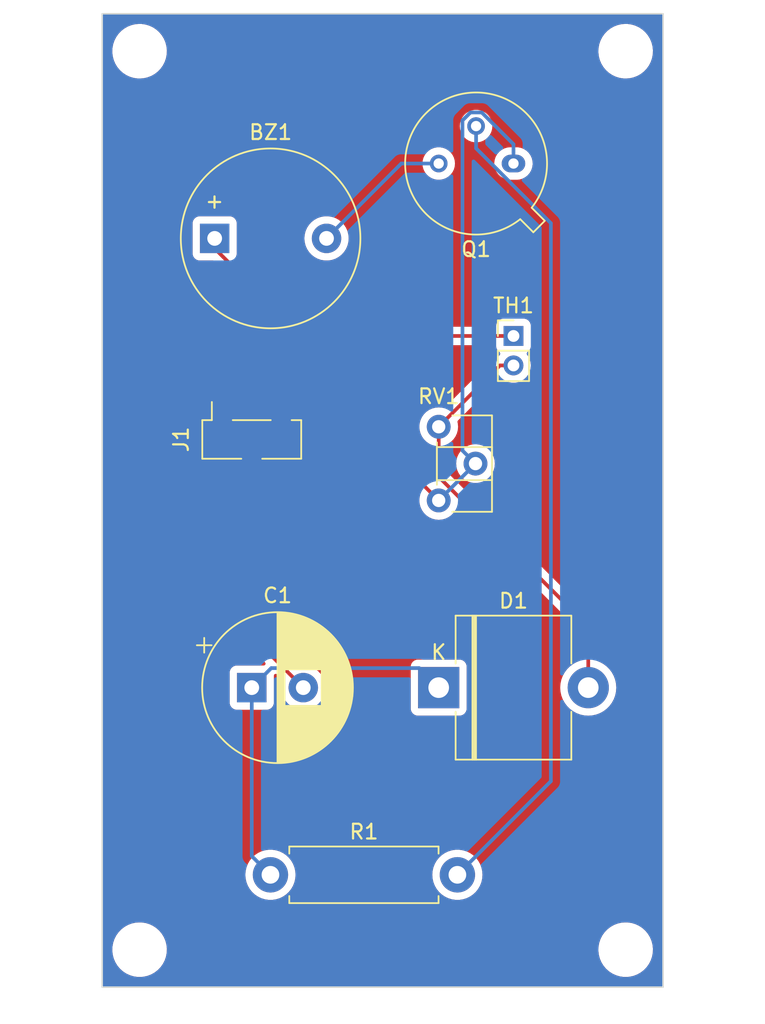
<source format=kicad_pcb>
(kicad_pcb (version 20221018) (generator pcbnew)
  (title_block (title "Fire Sensor") (date "2024-02-26") (rev "v01") (comment 1 "By Karthik Thejendra"))
  (layers (0 "F.Cu" signal) (31 "B.Cu" signal) (34 "B.Paste" user) (35 "F.Paste" user) (36 "B.SilkS" user "B.Silkscreen") (37 "F.SilkS" user "F.Silkscreen") (38 "B.Mask" user) (39 "F.Mask" user) (44 "Edge.Cuts" user))
  (net 0 "")
  (net 1 "Net-(BZ1--)")
  (net 2 "Net-(BZ1-+)")
  (net 3 "Net-(D1-K)")
  (net 4 "Net-(J1-Pin_2)")
  (net 5 "Net-(D1-A)")
  (net 6 "Net-(Q1-B)")
  (net 7 "GND")
  (footprint "Package_TO_SOT_THT:TO-39-3" (layer "F.Cu") (at 127 96.52 180)
    (fp_text reference "Q1" (at 2.54 -5.82) (layer "F.SilkS"))
    (fp_text value "2N2219")
    (fp_line (start -2.125856 -3.888039) (end -1.234902 -2.997084) (stroke (width 0.12)) (layer "F.SilkS"))
    (fp_line (start -1.348039 -4.665856) (end -2.125856 -3.888039) (stroke (width 0.12)) (layer "F.SilkS"))
    (fp_line (start -0.457084 -3.774902) (end -1.348039 -4.665856) (stroke (width 0.12)) (layer "F.SilkS"))
    (fp_arc (start -0.457084 -3.774902) (mid 5.948125 3.408384) (end -1.234674 -2.997371) (stroke (width 0.12)) (layer "F.SilkS"))
    (pad "1" thru_hole oval (at 0 0 180) (size 1.6 1.2) (drill 0.7) (layers "*.Cu" "*.Mask") (net 4 "Net-(J1-Pin_2)"))
    (pad "2" thru_hole oval (at 2.54 2.54 180) (size 1.2 1.2) (drill 0.7) (layers "*.Cu" "*.Mask") (net 6 "Net-(Q1-B)"))
    (pad "3" thru_hole oval (at 5.08 0 180) (size 1.2 1.2) (drill 0.7) (layers "*.Cu" "*.Mask") (net 2 "Net-(BZ1-+)"))
  )
  (footprint "Connector_PinSocket_2.00mm:PinSocket_1x03_P2.00mm_Vertical_SMD_Pin1Right" (layer "F.Cu") (at 109.22 115.24 90)
    (fp_text reference "J1" (at 0 -4.8 90) (layer "F.SilkS"))
    (fp_text value "Conn_01x03_Pin")
    (fp_line (start -1.31 -3.36) (end -1.31 -0.71) (stroke (width 0.12)) (layer "F.SilkS"))
    (fp_line (start -1.31 -3.36) (end 1.31 -3.36) (stroke (width 0.12)) (layer "F.SilkS"))
    (fp_line (start -1.31 0.71) (end -1.31 3.36) (stroke (width 0.12)) (layer "F.SilkS"))
    (fp_line (start -1.31 3.36) (end 1.31 3.36) (stroke (width 0.12)) (layer "F.SilkS"))
    (fp_line (start 1.31 -3.36) (end 1.31 -2.71) (stroke (width 0.12)) (layer "F.SilkS"))
    (fp_line (start 1.31 -2.71) (end 2.54 -2.71) (stroke (width 0.12)) (layer "F.SilkS"))
    (fp_line (start 1.31 -1.29) (end 1.31 1.29) (stroke (width 0.12)) (layer "F.SilkS"))
    (fp_line (start 1.31 2.71) (end 1.31 3.36) (stroke (width 0.12)) (layer "F.SilkS"))
    (pad "1" smd rect (at 1.6 -2 90) (size 2 0.9) (layers "F.Cu" "F.Paste" "F.Mask") (net 1 "Net-(BZ1--)"))
    (pad "2" smd rect (at -1.6 0 90) (size 2 0.9) (layers "F.Cu" "F.Paste" "F.Mask") (net 4 "Net-(J1-Pin_2)"))
    (pad "3" smd rect (at 1.6 2 90) (size 2 0.9) (layers "F.Cu" "F.Paste" "F.Mask") (net 7 "GND"))
  )
  (footprint "MountingHole:MountingHole_3.2mm_M3" (layer "F.Cu") (at 134.62 88.9)
    (fp_text reference "REF**" hide)
    (fp_text value "MountingHole_3.2mm_M3" hide)
    (pad "" np_thru_hole circle (at 0 0) (size 3.2 3.2) (drill 3.2) (layers "*.Cu" "*.Mask"))
  )
  (footprint "Connector_PinHeader_2.00mm:PinHeader_1x02_P2.00mm_Vertical" (layer "F.Cu") (at 127 108.22)
    (fp_text reference "TH1" (at 0 -2.06) (layer "F.SilkS"))
    (fp_text value "5K")
    (fp_line (start -1.06 -1.06) (end 0 -1.06) (stroke (width 0.12)) (layer "F.SilkS"))
    (fp_line (start -1.06 0) (end -1.06 -1.06) (stroke (width 0.12)) (layer "F.SilkS"))
    (fp_line (start -1.06 1) (end -1.06 3.06) (stroke (width 0.12)) (layer "F.SilkS"))
    (fp_line (start -1.06 1) (end 1.06 1) (stroke (width 0.12)) (layer "F.SilkS"))
    (fp_line (start -1.06 3.06) (end 1.06 3.06) (stroke (width 0.12)) (layer "F.SilkS"))
    (fp_line (start 1.06 1) (end 1.06 3.06) (stroke (width 0.12)) (layer "F.SilkS"))
    (pad "1" thru_hole rect (at 0 0) (size 1.35 1.35) (drill 0.8) (layers "*.Cu" "*.Mask") (net 1 "Net-(BZ1--)"))
    (pad "2" thru_hole oval (at 0 2) (size 1.35 1.35) (drill 0.8) (layers "*.Cu" "*.Mask") (net 5 "Net-(D1-A)"))
  )
  (footprint "Buzzer_Beeper:Buzzer_12x9.5RM7.6" (layer "F.Cu") (at 106.7 101.6)
    (fp_text reference "BZ1" (at 3.8 -7.2) (layer "F.SilkS"))
    (fp_text value "Buzzer")
    (fp_text user "+" (at -0.01 -2.54) (layer "F.SilkS"))
    (fp_circle (center 3.8 0) (end 9.9 0) (stroke (width 0.12)) (fill none) (layer "F.SilkS"))
    (pad "1" thru_hole rect (at 0 0) (size 2 2) (drill 1) (layers "*.Cu" "*.Mask") (net 1 "Net-(BZ1--)"))
    (pad "2" thru_hole circle (at 7.6 0) (size 2 2) (drill 1) (layers "*.Cu" "*.Mask") (net 2 "Net-(BZ1-+)"))
  )
  (footprint "MountingHole:MountingHole_3.2mm_M3" (layer "F.Cu") (at 101.6 88.9)
    (fp_text reference "REF**" hide)
    (fp_text value "MountingHole_3.2mm_M3" hide)
    (pad "" np_thru_hole circle (at 0 0) (size 3.2 3.2) (drill 3.2) (layers "*.Cu" "*.Mask"))
  )
  (footprint "MountingHole:MountingHole_3.2mm_M3" (layer "F.Cu") (at 134.62 149.86)
    (fp_text reference "REF**" hide)
    (fp_text value "MountingHole_3.2mm_M3")
    (pad "" np_thru_hole circle (at 0 0) (size 3.2 3.2) (drill 3.2) (layers "*.Cu" "*.Mask"))
  )
  (footprint "Resistor_THT:R_Axial_DIN0411_L9.9mm_D3.6mm_P12.70mm_Horizontal" (layer "F.Cu") (at 110.49 144.78)
    (fp_text reference "R1" (at 6.35 -2.92) (layer "F.SilkS"))
    (fp_text value "33K")
    (fp_line (start 1.28 -1.92) (end 11.42 -1.92) (stroke (width 0.12)) (layer "F.SilkS"))
    (fp_line (start 1.28 -1.44) (end 1.28 -1.92) (stroke (width 0.12)) (layer "F.SilkS"))
    (fp_line (start 1.28 1.44) (end 1.28 1.92) (stroke (width 0.12)) (layer "F.SilkS"))
    (fp_line (start 1.28 1.92) (end 11.42 1.92) (stroke (width 0.12)) (layer "F.SilkS"))
    (fp_line (start 11.42 -1.92) (end 11.42 -1.44) (stroke (width 0.12)) (layer "F.SilkS"))
    (fp_line (start 11.42 1.92) (end 11.42 1.44) (stroke (width 0.12)) (layer "F.SilkS"))
    (pad "1" thru_hole circle (at 0 0) (size 2.4 2.4) (drill 1.2) (layers "*.Cu" "*.Mask") (net 3 "Net-(D1-K)"))
    (pad "2" thru_hole oval (at 12.7 0) (size 2.4 2.4) (drill 1.2) (layers "*.Cu" "*.Mask") (net 6 "Net-(Q1-B)"))
  )
  (footprint "MountingHole:MountingHole_3.2mm_M3" (layer "F.Cu") (at 101.6 149.86)
    (fp_text reference "REF**" hide)
    (fp_text value "MountingHole_3.2mm_M3")
    (pad "" np_thru_hole circle (at 0 0) (size 3.2 3.2) (drill 3.2) (layers "*.Cu" "*.Mask"))
  )
  (footprint "Potentiometer_THT:Potentiometer_ACP_CA6-H2,5_Horizontal" (layer "F.Cu") (at 121.92 114.38)
    (fp_text reference "RV1" (at 0 -2.06) (layer "F.SilkS"))
    (fp_text value "5K")
    (fp_line (start -0.121 1.066) (end -0.121 3.935) (stroke (width 0.12)) (layer "F.SilkS"))
    (fp_line (start -0.121 1.38) (end -0.121 3.62) (stroke (width 0.12)) (layer "F.SilkS"))
    (fp_line (start -0.121 1.38) (end 3.62 1.38) (stroke (width 0.12)) (layer "F.SilkS"))
    (fp_line (start -0.121 3.62) (end 3.62 3.62) (stroke (width 0.12)) (layer "F.SilkS"))
    (fp_line (start 0.925 -0.77) (end 3.62 -0.77) (stroke (width 0.12)) (layer "F.SilkS"))
    (fp_line (start 0.925 5.77) (end 3.62 5.77) (stroke (width 0.12)) (layer "F.SilkS"))
    (fp_line (start 3.62 -0.77) (end 3.62 5.77) (stroke (width 0.12)) (layer "F.SilkS"))
    (fp_line (start 3.62 1.38) (end 3.62 3.62) (stroke (width 0.12)) (layer "F.SilkS"))
    (pad "1" thru_hole circle (at 0 0) (size 1.62 1.62) (drill 0.9) (layers "*.Cu" "*.Mask") (net 5 "Net-(D1-A)"))
    (pad "2" thru_hole circle (at 2.5 2.5) (size 1.62 1.62) (drill 0.9) (layers "*.Cu" "*.Mask") (net 4 "Net-(J1-Pin_2)"))
    (pad "3" thru_hole circle (at 0 5) (size 1.62 1.62) (drill 0.9) (layers "*.Cu" "*.Mask") (net 4 "Net-(J1-Pin_2)"))
  )
  (footprint "Diode_THT:D_5KP_P10.16mm_Horizontal" (layer "F.Cu") (at 121.92 132.08)
    (fp_text reference "D1" (at 5.08 -5.885) (layer "F.SilkS"))
    (fp_text value "1N4007")
    (fp_text user "K" (at 0 -2.4) (layer "F.SilkS"))
    (fp_line (start 1.15 -4.885) (end 9.01 -4.885) (stroke (width 0.12)) (layer "F.SilkS"))
    (fp_line (start 1.15 -1.64) (end 1.15 -4.885) (stroke (width 0.12)) (layer "F.SilkS"))
    (fp_line (start 1.15 1.64) (end 1.15 4.885) (stroke (width 0.12)) (layer "F.SilkS"))
    (fp_line (start 1.15 4.885) (end 9.01 4.885) (stroke (width 0.12)) (layer "F.SilkS"))
    (fp_line (start 2.293 -4.885) (end 2.293 4.885) (stroke (width 0.12)) (layer "F.SilkS"))
    (fp_line (start 2.413 -4.885) (end 2.413 4.885) (stroke (width 0.12)) (layer "F.SilkS"))
    (fp_line (start 2.533 -4.885) (end 2.533 4.885) (stroke (width 0.12)) (layer "F.SilkS"))
    (fp_line (start 9.01 -4.885) (end 9.01 -1.64) (stroke (width 0.12)) (layer "F.SilkS"))
    (fp_line (start 9.01 4.885) (end 9.01 1.64) (stroke (width 0.12)) (layer "F.SilkS"))
    (pad "1" thru_hole rect (at 0 0) (size 2.8 2.8) (drill 1.4) (layers "*.Cu" "*.Mask") (net 3 "Net-(D1-K)"))
    (pad "2" thru_hole oval (at 10.16 0) (size 2.8 2.8) (drill 1.4) (layers "*.Cu" "*.Mask") (net 5 "Net-(D1-A)"))
  )
  (footprint "Capacitor_THT:CP_Radial_D10.0mm_P3.50mm" (layer "F.Cu") (at 109.22 132.08)
    (fp_text reference "C1" (at 1.75 -6.25) (layer "F.SilkS"))
    (fp_text value "10uF")
    (fp_line (start -3.729646 -2.875) (end -2.729646 -2.875) (stroke (width 0.12)) (layer "F.SilkS"))
    (fp_line (start -3.229646 -3.375) (end -3.229646 -2.375) (stroke (width 0.12)) (layer "F.SilkS"))
    (fp_line (start 1.75 -5.08) (end 1.75 5.08) (stroke (width 0.12)) (layer "F.SilkS"))
    (fp_line (start 1.79 -5.08) (end 1.79 5.08) (stroke (width 0.12)) (layer "F.SilkS"))
    (fp_line (start 1.83 -5.08) (end 1.83 5.08) (stroke (width 0.12)) (layer "F.SilkS"))
    (fp_line (start 1.87 -5.079) (end 1.87 5.079) (stroke (width 0.12)) (layer "F.SilkS"))
    (fp_line (start 1.91 -5.078) (end 1.91 5.078) (stroke (width 0.12)) (layer "F.SilkS"))
    (fp_line (start 1.95 -5.077) (end 1.95 5.077) (stroke (width 0.12)) (layer "F.SilkS"))
    (fp_line (start 1.99 -5.075) (end 1.99 5.075) (stroke (width 0.12)) (layer "F.SilkS"))
    (fp_line (start 2.03 -5.073) (end 2.03 5.073) (stroke (width 0.12)) (layer "F.SilkS"))
    (fp_line (start 2.07 -5.07) (end 2.07 5.07) (stroke (width 0.12)) (layer "F.SilkS"))
    (fp_line (start 2.11 -5.068) (end 2.11 5.068) (stroke (width 0.12)) (layer "F.SilkS"))
    (fp_line (start 2.15 -5.065) (end 2.15 5.065) (stroke (width 0.12)) (layer "F.SilkS"))
    (fp_line (start 2.19 -5.062) (end 2.19 5.062) (stroke (width 0.12)) (layer "F.SilkS"))
    (fp_line (start 2.23 -5.058) (end 2.23 5.058) (stroke (width 0.12)) (layer "F.SilkS"))
    (fp_line (start 2.27 -5.054) (end 2.27 -1.241) (stroke (width 0.12)) (layer "F.SilkS"))
    (fp_line (start 2.27 1.241) (end 2.27 5.054) (stroke (width 0.12)) (layer "F.SilkS"))
    (fp_line (start 2.31 -5.05) (end 2.31 -1.241) (stroke (width 0.12)) (layer "F.SilkS"))
    (fp_line (start 2.31 1.241) (end 2.31 5.05) (stroke (width 0.12)) (layer "F.SilkS"))
    (fp_line (start 2.35 -5.045) (end 2.35 -1.241) (stroke (width 0.12)) (layer "F.SilkS"))
    (fp_line (start 2.35 1.241) (end 2.35 5.045) (stroke (width 0.12)) (layer "F.SilkS"))
    (fp_line (start 2.39 -5.04) (end 2.39 -1.241) (stroke (width 0.12)) (layer "F.SilkS"))
    (fp_line (start 2.39 1.241) (end 2.39 5.04) (stroke (width 0.12)) (layer "F.SilkS"))
    (fp_line (start 2.43 -5.035) (end 2.43 -1.241) (stroke (width 0.12)) (layer "F.SilkS"))
    (fp_line (start 2.43 1.241) (end 2.43 5.035) (stroke (width 0.12)) (layer "F.SilkS"))
    (fp_line (start 2.471 -5.03) (end 2.471 -1.241) (stroke (width 0.12)) (layer "F.SilkS"))
    (fp_line (start 2.471 1.241) (end 2.471 5.03) (stroke (width 0.12)) (layer "F.SilkS"))
    (fp_line (start 2.511 -5.024) (end 2.511 -1.241) (stroke (width 0.12)) (layer "F.SilkS"))
    (fp_line (start 2.511 1.241) (end 2.511 5.024) (stroke (width 0.12)) (layer "F.SilkS"))
    (fp_line (start 2.551 -5.018) (end 2.551 -1.241) (stroke (width 0.12)) (layer "F.SilkS"))
    (fp_line (start 2.551 1.241) (end 2.551 5.018) (stroke (width 0.12)) (layer "F.SilkS"))
    (fp_line (start 2.591 -5.011) (end 2.591 -1.241) (stroke (width 0.12)) (layer "F.SilkS"))
    (fp_line (start 2.591 1.241) (end 2.591 5.011) (stroke (width 0.12)) (layer "F.SilkS"))
    (fp_line (start 2.631 -5.004) (end 2.631 -1.241) (stroke (width 0.12)) (layer "F.SilkS"))
    (fp_line (start 2.631 1.241) (end 2.631 5.004) (stroke (width 0.12)) (layer "F.SilkS"))
    (fp_line (start 2.671 -4.997) (end 2.671 -1.241) (stroke (width 0.12)) (layer "F.SilkS"))
    (fp_line (start 2.671 1.241) (end 2.671 4.997) (stroke (width 0.12)) (layer "F.SilkS"))
    (fp_line (start 2.711 -4.99) (end 2.711 -1.241) (stroke (width 0.12)) (layer "F.SilkS"))
    (fp_line (start 2.711 1.241) (end 2.711 4.99) (stroke (width 0.12)) (layer "F.SilkS"))
    (fp_line (start 2.751 -4.982) (end 2.751 -1.241) (stroke (width 0.12)) (layer "F.SilkS"))
    (fp_line (start 2.751 1.241) (end 2.751 4.982) (stroke (width 0.12)) (layer "F.SilkS"))
    (fp_line (start 2.791 -4.974) (end 2.791 -1.241) (stroke (width 0.12)) (layer "F.SilkS"))
    (fp_line (start 2.791 1.241) (end 2.791 4.974) (stroke (width 0.12)) (layer "F.SilkS"))
    (fp_line (start 2.831 -4.965) (end 2.831 -1.241) (stroke (width 0.12)) (layer "F.SilkS"))
    (fp_line (start 2.831 1.241) (end 2.831 4.965) (stroke (width 0.12)) (layer "F.SilkS"))
    (fp_line (start 2.871 -4.956) (end 2.871 -1.241) (stroke (width 0.12)) (layer "F.SilkS"))
    (fp_line (start 2.871 1.241) (end 2.871 4.956) (stroke (width 0.12)) (layer "F.SilkS"))
    (fp_line (start 2.911 -4.947) (end 2.911 -1.241) (stroke (width 0.12)) (layer "F.SilkS"))
    (fp_line (start 2.911 1.241) (end 2.911 4.947) (stroke (width 0.12)) (layer "F.SilkS"))
    (fp_line (start 2.951 -4.938) (end 2.951 -1.241) (stroke (width 0.12)) (layer "F.SilkS"))
    (fp_line (start 2.951 1.241) (end 2.951 4.938) (stroke (width 0.12)) (layer "F.SilkS"))
    (fp_line (start 2.991 -4.928) (end 2.991 -1.241) (stroke (width 0.12)) (layer "F.SilkS"))
    (fp_line (start 2.991 1.241) (end 2.991 4.928) (stroke (width 0.12)) (layer "F.SilkS"))
    (fp_line (start 3.031 -4.918) (end 3.031 -1.241) (stroke (width 0.12)) (layer "F.SilkS"))
    (fp_line (start 3.031 1.241) (end 3.031 4.918) (stroke (width 0.12)) (layer "F.SilkS"))
    (fp_line (start 3.071 -4.907) (end 3.071 -1.241) (stroke (width 0.12)) (layer "F.SilkS"))
    (fp_line (start 3.071 1.241) (end 3.071 4.907) (stroke (width 0.12)) (layer "F.SilkS"))
    (fp_line (start 3.111 -4.897) (end 3.111 -1.241) (stroke (width 0.12)) (layer "F.SilkS"))
    (fp_line (start 3.111 1.241) (end 3.111 4.897) (stroke (width 0.12)) (layer "F.SilkS"))
    (fp_line (start 3.151 -4.885) (end 3.151 -1.241) (stroke (width 0.12)) (layer "F.SilkS"))
    (fp_line (start 3.151 1.241) (end 3.151 4.885) (stroke (width 0.12)) (layer "F.SilkS"))
    (fp_line (start 3.191 -4.874) (end 3.191 -1.241) (stroke (width 0.12)) (layer "F.SilkS"))
    (fp_line (start 3.191 1.241) (end 3.191 4.874) (stroke (width 0.12)) (layer "F.SilkS"))
    (fp_line (start 3.231 -4.862) (end 3.231 -1.241) (stroke (width 0.12)) (layer "F.SilkS"))
    (fp_line (start 3.231 1.241) (end 3.231 4.862) (stroke (width 0.12)) (layer "F.SilkS"))
    (fp_line (start 3.271 -4.85) (end 3.271 -1.241) (stroke (width 0.12)) (layer "F.SilkS"))
    (fp_line (start 3.271 1.241) (end 3.271 4.85) (stroke (width 0.12)) (layer "F.SilkS"))
    (fp_line (start 3.311 -4.837) (end 3.311 -1.241) (stroke (width 0.12)) (layer "F.SilkS"))
    (fp_line (start 3.311 1.241) (end 3.311 4.837) (stroke (width 0.12)) (layer "F.SilkS"))
    (fp_line (start 3.351 -4.824) (end 3.351 -1.241) (stroke (width 0.12)) (layer "F.SilkS"))
    (fp_line (start 3.351 1.241) (end 3.351 4.824) (stroke (width 0.12)) (layer "F.SilkS"))
    (fp_line (start 3.391 -4.811) (end 3.391 -1.241) (stroke (width 0.12)) (layer "F.SilkS"))
    (fp_line (start 3.391 1.241) (end 3.391 4.811) (stroke (width 0.12)) (layer "F.SilkS"))
    (fp_line (start 3.431 -4.797) (end 3.431 -1.241) (stroke (width 0.12)) (layer "F.SilkS"))
    (fp_line (start 3.431 1.241) (end 3.431 4.797) (stroke (width 0.12)) (layer "F.SilkS"))
    (fp_line (start 3.471 -4.783) (end 3.471 -1.241) (stroke (width 0.12)) (layer "F.SilkS"))
    (fp_line (start 3.471 1.241) (end 3.471 4.783) (stroke (width 0.12)) (layer "F.SilkS"))
    (fp_line (start 3.511 -4.768) (end 3.511 -1.241) (stroke (width 0.12)) (layer "F.SilkS"))
    (fp_line (start 3.511 1.241) (end 3.511 4.768) (stroke (width 0.12)) (layer "F.SilkS"))
    (fp_line (start 3.551 -4.754) (end 3.551 -1.241) (stroke (width 0.12)) (layer "F.SilkS"))
    (fp_line (start 3.551 1.241) (end 3.551 4.754) (stroke (width 0.12)) (layer "F.SilkS"))
    (fp_line (start 3.591 -4.738) (end 3.591 -1.241) (stroke (width 0.12)) (layer "F.SilkS"))
    (fp_line (start 3.591 1.241) (end 3.591 4.738) (stroke (width 0.12)) (layer "F.SilkS"))
    (fp_line (start 3.631 -4.723) (end 3.631 -1.241) (stroke (width 0.12)) (layer "F.SilkS"))
    (fp_line (start 3.631 1.241) (end 3.631 4.723) (stroke (width 0.12)) (layer "F.SilkS"))
    (fp_line (start 3.671 -4.707) (end 3.671 -1.241) (stroke (width 0.12)) (layer "F.SilkS"))
    (fp_line (start 3.671 1.241) (end 3.671 4.707) (stroke (width 0.12)) (layer "F.SilkS"))
    (fp_line (start 3.711 -4.69) (end 3.711 -1.241) (stroke (width 0.12)) (layer "F.SilkS"))
    (fp_line (start 3.711 1.241) (end 3.711 4.69) (stroke (width 0.12)) (layer "F.SilkS"))
    (fp_line (start 3.751 -4.674) (end 3.751 -1.241) (stroke (width 0.12)) (layer "F.SilkS"))
    (fp_line (start 3.751 1.241) (end 3.751 4.674) (stroke (width 0.12)) (layer "F.SilkS"))
    (fp_line (start 3.791 -4.657) (end 3.791 -1.241) (stroke (width 0.12)) (layer "F.SilkS"))
    (fp_line (start 3.791 1.241) (end 3.791 4.657) (stroke (width 0.12)) (layer "F.SilkS"))
    (fp_line (start 3.831 -4.639) (end 3.831 -1.241) (stroke (width 0.12)) (layer "F.SilkS"))
    (fp_line (start 3.831 1.241) (end 3.831 4.639) (stroke (width 0.12)) (layer "F.SilkS"))
    (fp_line (start 3.871 -4.621) (end 3.871 -1.241) (stroke (width 0.12)) (layer "F.SilkS"))
    (fp_line (start 3.871 1.241) (end 3.871 4.621) (stroke (width 0.12)) (layer "F.SilkS"))
    (fp_line (start 3.911 -4.603) (end 3.911 -1.241) (stroke (width 0.12)) (layer "F.SilkS"))
    (fp_line (start 3.911 1.241) (end 3.911 4.603) (stroke (width 0.12)) (layer "F.SilkS"))
    (fp_line (start 3.951 -4.584) (end 3.951 -1.241) (stroke (width 0.12)) (layer "F.SilkS"))
    (fp_line (start 3.951 1.241) (end 3.951 4.584) (stroke (width 0.12)) (layer "F.SilkS"))
    (fp_line (start 3.991 -4.564) (end 3.991 -1.241) (stroke (width 0.12)) (layer "F.SilkS"))
    (fp_line (start 3.991 1.241) (end 3.991 4.564) (stroke (width 0.12)) (layer "F.SilkS"))
    (fp_line (start 4.031 -4.545) (end 4.031 -1.241) (stroke (width 0.12)) (layer "F.SilkS"))
    (fp_line (start 4.031 1.241) (end 4.031 4.545) (stroke (width 0.12)) (layer "F.SilkS"))
    (fp_line (start 4.071 -4.525) (end 4.071 -1.241) (stroke (width 0.12)) (layer "F.SilkS"))
    (fp_line (start 4.071 1.241) (end 4.071 4.525) (stroke (width 0.12)) (layer "F.SilkS"))
    (fp_line (start 4.111 -4.504) (end 4.111 -1.241) (stroke (width 0.12)) (layer "F.SilkS"))
    (fp_line (start 4.111 1.241) (end 4.111 4.504) (stroke (width 0.12)) (layer "F.SilkS"))
    (fp_line (start 4.151 -4.483) (end 4.151 -1.241) (stroke (width 0.12)) (layer "F.SilkS"))
    (fp_line (start 4.151 1.241) (end 4.151 4.483) (stroke (width 0.12)) (layer "F.SilkS"))
    (fp_line (start 4.191 -4.462) (end 4.191 -1.241) (stroke (width 0.12)) (layer "F.SilkS"))
    (fp_line (start 4.191 1.241) (end 4.191 4.462) (stroke (width 0.12)) (layer "F.SilkS"))
    (fp_line (start 4.231 -4.44) (end 4.231 -1.241) (stroke (width 0.12)) (layer "F.SilkS"))
    (fp_line (start 4.231 1.241) (end 4.231 4.44) (stroke (width 0.12)) (layer "F.SilkS"))
    (fp_line (start 4.271 -4.417) (end 4.271 -1.241) (stroke (width 0.12)) (layer "F.SilkS"))
    (fp_line (start 4.271 1.241) (end 4.271 4.417) (stroke (width 0.12)) (layer "F.SilkS"))
    (fp_line (start 4.311 -4.395) (end 4.311 -1.241) (stroke (width 0.12)) (layer "F.SilkS"))
    (fp_line (start 4.311 1.241) (end 4.311 4.395) (stroke (width 0.12)) (layer "F.SilkS"))
    (fp_line (start 4.351 -4.371) (end 4.351 -1.241) (stroke (width 0.12)) (layer "F.SilkS"))
    (fp_line (start 4.351 1.241) (end 4.351 4.371) (stroke (width 0.12)) (layer "F.SilkS"))
    (fp_line (start 4.391 -4.347) (end 4.391 -1.241) (stroke (width 0.12)) (layer "F.SilkS"))
    (fp_line (start 4.391 1.241) (end 4.391 4.347) (stroke (width 0.12)) (layer "F.SilkS"))
    (fp_line (start 4.431 -4.323) (end 4.431 -1.241) (stroke (width 0.12)) (layer "F.SilkS"))
    (fp_line (start 4.431 1.241) (end 4.431 4.323) (stroke (width 0.12)) (layer "F.SilkS"))
    (fp_line (start 4.471 -4.298) (end 4.471 -1.241) (stroke (width 0.12)) (layer "F.SilkS"))
    (fp_line (start 4.471 1.241) (end 4.471 4.298) (stroke (width 0.12)) (layer "F.SilkS"))
    (fp_line (start 4.511 -4.273) (end 4.511 -1.241) (stroke (width 0.12)) (layer "F.SilkS"))
    (fp_line (start 4.511 1.241) (end 4.511 4.273) (stroke (width 0.12)) (layer "F.SilkS"))
    (fp_line (start 4.551 -4.247) (end 4.551 -1.241) (stroke (width 0.12)) (layer "F.SilkS"))
    (fp_line (start 4.551 1.241) (end 4.551 4.247) (stroke (width 0.12)) (layer "F.SilkS"))
    (fp_line (start 4.591 -4.221) (end 4.591 -1.241) (stroke (width 0.12)) (layer "F.SilkS"))
    (fp_line (start 4.591 1.241) (end 4.591 4.221) (stroke (width 0.12)) (layer "F.SilkS"))
    (fp_line (start 4.631 -4.194) (end 4.631 -1.241) (stroke (width 0.12)) (layer "F.SilkS"))
    (fp_line (start 4.631 1.241) (end 4.631 4.194) (stroke (width 0.12)) (layer "F.SilkS"))
    (fp_line (start 4.671 -4.166) (end 4.671 -1.241) (stroke (width 0.12)) (layer "F.SilkS"))
    (fp_line (start 4.671 1.241) (end 4.671 4.166) (stroke (width 0.12)) (layer "F.SilkS"))
    (fp_line (start 4.711 -4.138) (end 4.711 -1.241) (stroke (width 0.12)) (layer "F.SilkS"))
    (fp_line (start 4.711 1.241) (end 4.711 4.138) (stroke (width 0.12)) (layer "F.SilkS"))
    (fp_line (start 4.751 -4.11) (end 4.751 4.11) (stroke (width 0.12)) (layer "F.SilkS"))
    (fp_line (start 4.791 -4.08) (end 4.791 4.08) (stroke (width 0.12)) (layer "F.SilkS"))
    (fp_line (start 4.831 -4.05) (end 4.831 4.05) (stroke (width 0.12)) (layer "F.SilkS"))
    (fp_line (start 4.871 -4.02) (end 4.871 4.02) (stroke (width 0.12)) (layer "F.SilkS"))
    (fp_line (start 4.911 -3.989) (end 4.911 3.989) (stroke (width 0.12)) (layer "F.SilkS"))
    (fp_line (start 4.951 -3.957) (end 4.951 3.957) (stroke (width 0.12)) (layer "F.SilkS"))
    (fp_line (start 4.991 -3.925) (end 4.991 3.925) (stroke (width 0.12)) (layer "F.SilkS"))
    (fp_line (start 5.031 -3.892) (end 5.031 3.892) (stroke (width 0.12)) (layer "F.SilkS"))
    (fp_line (start 5.071 -3.858) (end 5.071 3.858) (stroke (width 0.12)) (layer "F.SilkS"))
    (fp_line (start 5.111 -3.824) (end 5.111 3.824) (stroke (width 0.12)) (layer "F.SilkS"))
    (fp_line (start 5.151 -3.789) (end 5.151 3.789) (stroke (width 0.12)) (layer "F.SilkS"))
    (fp_line (start 5.191 -3.753) (end 5.191 3.753) (stroke (width 0.12)) (layer "F.SilkS"))
    (fp_line (start 5.231 -3.716) (end 5.231 3.716) (stroke (width 0.12)) (layer "F.SilkS"))
    (fp_line (start 5.271 -3.679) (end 5.271 3.679) (stroke (width 0.12)) (layer "F.SilkS"))
    (fp_line (start 5.311 -3.64) (end 5.311 3.64) (stroke (width 0.12)) (layer "F.SilkS"))
    (fp_line (start 5.351 -3.601) (end 5.351 3.601) (stroke (width 0.12)) (layer "F.SilkS"))
    (fp_line (start 5.391 -3.561) (end 5.391 3.561) (stroke (width 0.12)) (layer "F.SilkS"))
    (fp_line (start 5.431 -3.52) (end 5.431 3.52) (stroke (width 0.12)) (layer "F.SilkS"))
    (fp_line (start 5.471 -3.478) (end 5.471 3.478) (stroke (width 0.12)) (layer "F.SilkS"))
    (fp_line (start 5.511 -3.436) (end 5.511 3.436) (stroke (width 0.12)) (layer "F.SilkS"))
    (fp_line (start 5.551 -3.392) (end 5.551 3.392) (stroke (width 0.12)) (layer "F.SilkS"))
    (fp_line (start 5.591 -3.347) (end 5.591 3.347) (stroke (width 0.12)) (layer "F.SilkS"))
    (fp_line (start 5.631 -3.301) (end 5.631 3.301) (stroke (width 0.12)) (layer "F.SilkS"))
    (fp_line (start 5.671 -3.254) (end 5.671 3.254) (stroke (width 0.12)) (layer "F.SilkS"))
    (fp_line (start 5.711 -3.206) (end 5.711 3.206) (stroke (width 0.12)) (layer "F.SilkS"))
    (fp_line (start 5.751 -3.156) (end 5.751 3.156) (stroke (width 0.12)) (layer "F.SilkS"))
    (fp_line (start 5.791 -3.106) (end 5.791 3.106) (stroke (width 0.12)) (layer "F.SilkS"))
    (fp_line (start 5.831 -3.054) (end 5.831 3.054) (stroke (width 0.12)) (layer "F.SilkS"))
    (fp_line (start 5.871 -3) (end 5.871 3) (stroke (width 0.12)) (layer "F.SilkS"))
    (fp_line (start 5.911 -2.945) (end 5.911 2.945) (stroke (width 0.12)) (layer "F.SilkS"))
    (fp_line (start 5.951 -2.889) (end 5.951 2.889) (stroke (width 0.12)) (layer "F.SilkS"))
    (fp_line (start 5.991 -2.83) (end 5.991 2.83) (stroke (width 0.12)) (layer "F.SilkS"))
    (fp_line (start 6.031 -2.77) (end 6.031 2.77) (stroke (width 0.12)) (layer "F.SilkS"))
    (fp_line (start 6.071 -2.709) (end 6.071 2.709) (stroke (width 0.12)) (layer "F.SilkS"))
    (fp_line (start 6.111 -2.645) (end 6.111 2.645) (stroke (width 0.12)) (layer "F.SilkS"))
    (fp_line (start 6.151 -2.579) (end 6.151 2.579) (stroke (width 0.12)) (layer "F.SilkS"))
    (fp_line (start 6.191 -2.51) (end 6.191 2.51) (stroke (width 0.12)) (layer "F.SilkS"))
    (fp_line (start 6.231 -2.439) (end 6.231 2.439) (stroke (width 0.12)) (layer "F.SilkS"))
    (fp_line (start 6.271 -2.365) (end 6.271 2.365) (stroke (width 0.12)) (layer "F.SilkS"))
    (fp_line (start 6.311 -2.289) (end 6.311 2.289) (stroke (width 0.12)) (layer "F.SilkS"))
    (fp_line (start 6.351 -2.209) (end 6.351 2.209) (stroke (width 0.12)) (layer "F.SilkS"))
    (fp_line (start 6.391 -2.125) (end 6.391 2.125) (stroke (width 0.12)) (layer "F.SilkS"))
    (fp_line (start 6.431 -2.037) (end 6.431 2.037) (stroke (width 0.12)) (layer "F.SilkS"))
    (fp_line (start 6.471 -1.944) (end 6.471 1.944) (stroke (width 0.12)) (layer "F.SilkS"))
    (fp_line (start 6.511 -1.846) (end 6.511 1.846) (stroke (width 0.12)) (layer "F.SilkS"))
    (fp_line (start 6.551 -1.742) (end 6.551 1.742) (stroke (width 0.12)) (layer "F.SilkS"))
    (fp_line (start 6.591 -1.63) (end 6.591 1.63) (stroke (width 0.12)) (layer "F.SilkS"))
    (fp_line (start 6.631 -1.51) (end 6.631 1.51) (stroke (width 0.12)) (layer "F.SilkS"))
    (fp_line (start 6.671 -1.378) (end 6.671 1.378) (stroke (width 0.12)) (layer "F.SilkS"))
    (fp_line (start 6.711 -1.23) (end 6.711 1.23) (stroke (width 0.12)) (layer "F.SilkS"))
    (fp_line (start 6.751 -1.062) (end 6.751 1.062) (stroke (width 0.12)) (layer "F.SilkS"))
    (fp_line (start 6.791 -0.862) (end 6.791 0.862) (stroke (width 0.12)) (layer "F.SilkS"))
    (fp_line (start 6.831 -0.599) (end 6.831 0.599) (stroke (width 0.12)) (layer "F.SilkS"))
    (fp_circle (center 1.75 0) (end 6.87 0) (stroke (width 0.12)) (fill none) (layer "F.SilkS"))
    (pad "1" thru_hole rect (at 0 0) (size 2 2) (drill 1) (layers "*.Cu" "*.Mask") (net 3 "Net-(D1-K)"))
    (pad "2" thru_hole circle (at 3.5 0) (size 2 2) (drill 1) (layers "*.Cu" "*.Mask") (net 4 "Net-(J1-Pin_2)"))
  )
  (gr_rect (start 99.06 86.36) (end 137.16 152.4) (stroke (width 0.1)) (fill none) (layer "Edge.Cuts"))
  (segment (start 106.7 101.6) (end 106.7 102.28) (width 0.25) (layer "F.Cu") (net 1))
  (segment (start 107.22 113.64) (end 112.64 108.22) (width 0.25) (layer "F.Cu") (net 1))
  (segment (start 112.64 108.22) (end 127 108.22) (width 0.25) (layer "F.Cu") (net 1))
  (segment (start 107.22 113.64) (end 107.22 113.76) (width 0.25) (layer "F.Cu") (net 1))
  (segment (start 106.7 102.28) (end 112.64 108.22) (width 0.25) (layer "F.Cu") (net 1))
  (segment (start 114.3 101.6) (end 119.38 96.52) (width 0.25) (layer "B.Cu") (net 2))
  (segment (start 119.38 96.52) (end 121.92 96.52) (width 0.25) (layer "B.Cu") (net 2))
  (segment (start 109.22 132.08) (end 109.22 143.51) (width 0.25) (layer "B.Cu") (net 3))
  (segment (start 109.22 143.51) (end 110.49 144.78) (width 0.25) (layer "B.Cu") (net 3))
  (segment (start 110.545 130.755) (end 120.595 130.755) (width 0.25) (layer "B.Cu") (net 3))
  (segment (start 120.595 130.755) (end 121.92 132.08) (width 0.25) (layer "B.Cu") (net 3))
  (segment (start 109.22 132.08) (end 110.545 130.755) (width 0.25) (layer "B.Cu") (net 3))
  (segment (start 109.22 116.84) (end 119.38 116.84) (width 0.25) (layer "F.Cu") (net 4))
  (segment (start 109.22 116.84) (end 109.22 128.58) (width 0.25) (layer "F.Cu") (net 4))
  (segment (start 119.38 116.84) (end 121.92 119.38) (width 0.25) (layer "F.Cu") (net 4))
  (segment (start 109.22 128.58) (end 112.72 132.08) (width 0.25) (layer "F.Cu") (net 4))
  (segment (start 123.535 93.596852) (end 123.535 115.995) (width 0.25) (layer "B.Cu") (net 4))
  (segment (start 123.535 115.995) (end 124.42 116.88) (width 0.25) (layer "B.Cu") (net 4))
  (segment (start 124.076852 93.055) (end 123.535 93.596852) (width 0.25) (layer "B.Cu") (net 4))
  (segment (start 127 95.211852) (end 124.843148 93.055) (width 0.25) (layer "B.Cu") (net 4))
  (segment (start 124.843148 93.055) (end 124.076852 93.055) (width 0.25) (layer "B.Cu") (net 4))
  (segment (start 127 96.52) (end 127 95.211852) (width 0.25) (layer "B.Cu") (net 4))
  (segment (start 121.92 119.38) (end 124.42 116.88) (width 0.25) (layer "B.Cu") (net 4))
  (segment (start 121.92 114.38) (end 126.08 110.22) (width 0.25) (layer "F.Cu") (net 5))
  (segment (start 132.08 127.934867) (end 121.92 117.774867) (width 0.25) (layer "F.Cu") (net 5))
  (segment (start 132.08 132.08) (end 132.08 127.934867) (width 0.25) (layer "F.Cu") (net 5))
  (segment (start 126.08 110.22) (end 127 110.22) (width 0.25) (layer "F.Cu") (net 5))
  (segment (start 121.92 117.774867) (end 121.92 114.38) (width 0.25) (layer "F.Cu") (net 5))
  (segment (start 129.54 100.568148) (end 124.46 95.488148) (width 0.25) (layer "B.Cu") (net 6))
  (segment (start 123.19 144.78) (end 129.54 138.43) (width 0.25) (layer "B.Cu") (net 6))
  (segment (start 129.54 138.43) (end 129.54 100.568148) (width 0.25) (layer "B.Cu") (net 6))
  (segment (start 124.46 95.488148) (end 124.46 93.98) (width 0.25) (layer "B.Cu") (net 6))
  (zone (net 7) (net_name "GND") (layer "F.Cu") (priority 1) (connect_pads (clearance 0.5)) (min_thickness 0.25) (fill yes (thermal_gap 0.5) (thermal_bridge_width 0.5))
    (polygon (pts (xy 99.06 86.36) (xy 137.16 86.36) (xy 137.16 152.4) (xy 99.06 152.4)))
  )
  (zone (net 0) (net_name "") (layer "B.Cu") (priority 2) (connect_pads (clearance 0.5)) (min_thickness 0.25) (fill yes (thermal_gap 0.5) (thermal_bridge_width 0.5) (island_removal_mode 1) (island_area_min 10))
    (polygon (pts (xy 99.06 86.36) (xy 137.16 86.36) (xy 137.16 152.4) (xy 99.06 152.4)))
  )
)
</source>
